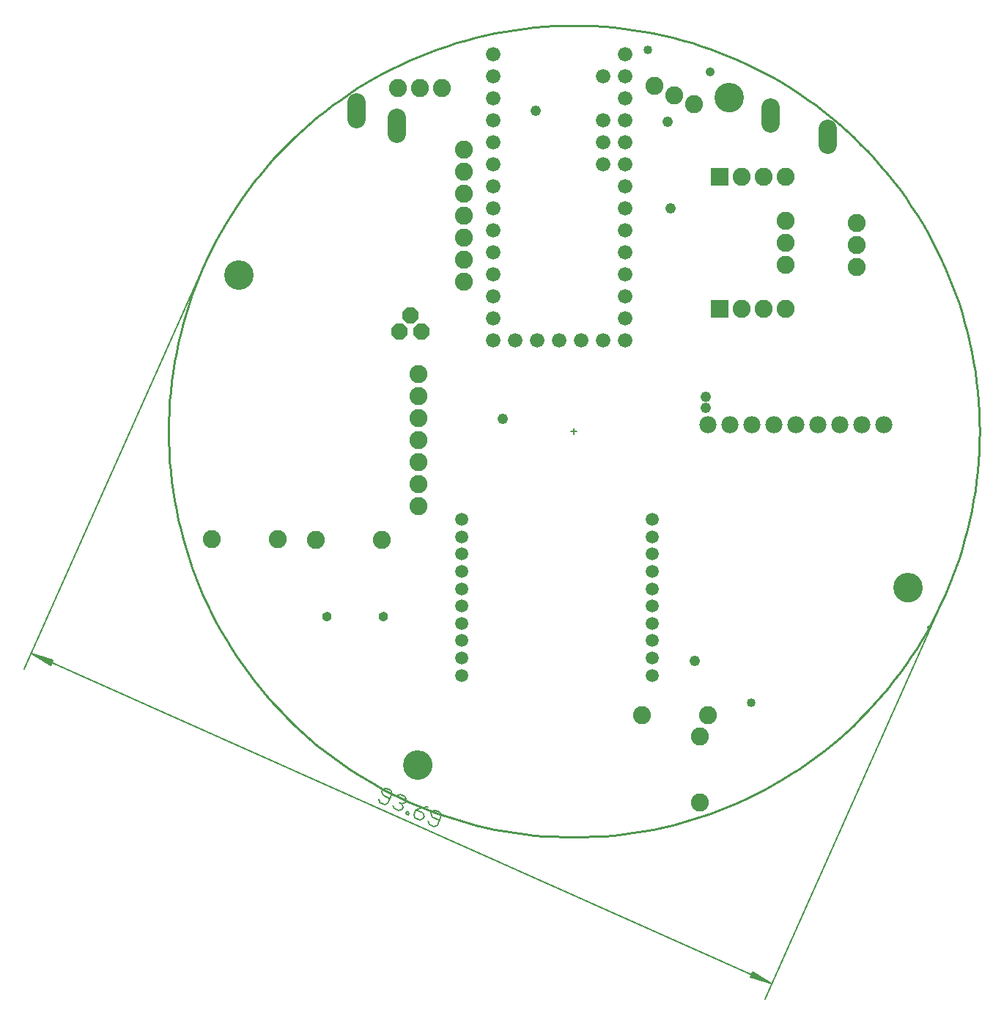
<source format=gts>
G75*
%MOIN*%
%OFA0B0*%
%FSLAX25Y25*%
%IPPOS*%
%LPD*%
%AMOC8*
5,1,8,0,0,1.08239X$1,22.5*
%
%ADD10C,0.01000*%
%ADD11C,0.01600*%
%ADD12C,0.00000*%
%ADD13C,0.13398*%
%ADD14C,0.00512*%
%ADD15C,0.00600*%
%ADD16C,0.07800*%
%ADD17C,0.06600*%
%ADD18C,0.05950*%
%ADD19C,0.08200*%
%ADD20R,0.08200X0.08200*%
%ADD21C,0.04000*%
%ADD22C,0.00500*%
%ADD23C,0.08200*%
%ADD24OC8,0.07400*%
%ADD25C,0.04123*%
%ADD26C,0.04800*%
D10*
X0066778Y0259287D02*
X0066834Y0263813D01*
X0067000Y0268336D01*
X0067278Y0272854D01*
X0067666Y0277364D01*
X0068165Y0281863D01*
X0068774Y0286348D01*
X0069493Y0290817D01*
X0070322Y0295267D01*
X0071259Y0299695D01*
X0072305Y0304099D01*
X0073459Y0308476D01*
X0074719Y0312823D01*
X0076086Y0317138D01*
X0077559Y0321418D01*
X0079136Y0325661D01*
X0080817Y0329863D01*
X0082600Y0334024D01*
X0084485Y0338139D01*
X0086470Y0342207D01*
X0088555Y0346224D01*
X0090737Y0350190D01*
X0093016Y0354100D01*
X0095391Y0357954D01*
X0097859Y0361748D01*
X0100420Y0365480D01*
X0103071Y0369149D01*
X0105812Y0372751D01*
X0108641Y0376285D01*
X0111555Y0379748D01*
X0114553Y0383139D01*
X0117634Y0386456D01*
X0120795Y0389695D01*
X0124034Y0392856D01*
X0127351Y0395937D01*
X0130742Y0398935D01*
X0134205Y0401849D01*
X0137739Y0404678D01*
X0141341Y0407419D01*
X0145010Y0410070D01*
X0148742Y0412631D01*
X0152536Y0415099D01*
X0156390Y0417474D01*
X0160300Y0419753D01*
X0164266Y0421935D01*
X0168283Y0424020D01*
X0172351Y0426005D01*
X0176466Y0427890D01*
X0180627Y0429673D01*
X0184829Y0431354D01*
X0189072Y0432931D01*
X0193352Y0434404D01*
X0197667Y0435771D01*
X0202014Y0437031D01*
X0206391Y0438185D01*
X0210795Y0439231D01*
X0215223Y0440168D01*
X0219673Y0440997D01*
X0224142Y0441716D01*
X0228627Y0442325D01*
X0233126Y0442824D01*
X0237636Y0443212D01*
X0242154Y0443490D01*
X0246677Y0443656D01*
X0251203Y0443712D01*
X0255729Y0443656D01*
X0260252Y0443490D01*
X0264770Y0443212D01*
X0269280Y0442824D01*
X0273779Y0442325D01*
X0278264Y0441716D01*
X0282733Y0440997D01*
X0287183Y0440168D01*
X0291611Y0439231D01*
X0296015Y0438185D01*
X0300392Y0437031D01*
X0304739Y0435771D01*
X0309054Y0434404D01*
X0313334Y0432931D01*
X0317577Y0431354D01*
X0321779Y0429673D01*
X0325940Y0427890D01*
X0330055Y0426005D01*
X0334123Y0424020D01*
X0338140Y0421935D01*
X0342106Y0419753D01*
X0346016Y0417474D01*
X0349870Y0415099D01*
X0353664Y0412631D01*
X0357396Y0410070D01*
X0361065Y0407419D01*
X0364667Y0404678D01*
X0368201Y0401849D01*
X0371664Y0398935D01*
X0375055Y0395937D01*
X0378372Y0392856D01*
X0381611Y0389695D01*
X0384772Y0386456D01*
X0387853Y0383139D01*
X0390851Y0379748D01*
X0393765Y0376285D01*
X0396594Y0372751D01*
X0399335Y0369149D01*
X0401986Y0365480D01*
X0404547Y0361748D01*
X0407015Y0357954D01*
X0409390Y0354100D01*
X0411669Y0350190D01*
X0413851Y0346224D01*
X0415936Y0342207D01*
X0417921Y0338139D01*
X0419806Y0334024D01*
X0421589Y0329863D01*
X0423270Y0325661D01*
X0424847Y0321418D01*
X0426320Y0317138D01*
X0427687Y0312823D01*
X0428947Y0308476D01*
X0430101Y0304099D01*
X0431147Y0299695D01*
X0432084Y0295267D01*
X0432913Y0290817D01*
X0433632Y0286348D01*
X0434241Y0281863D01*
X0434740Y0277364D01*
X0435128Y0272854D01*
X0435406Y0268336D01*
X0435572Y0263813D01*
X0435628Y0259287D01*
X0435572Y0254761D01*
X0435406Y0250238D01*
X0435128Y0245720D01*
X0434740Y0241210D01*
X0434241Y0236711D01*
X0433632Y0232226D01*
X0432913Y0227757D01*
X0432084Y0223307D01*
X0431147Y0218879D01*
X0430101Y0214475D01*
X0428947Y0210098D01*
X0427687Y0205751D01*
X0426320Y0201436D01*
X0424847Y0197156D01*
X0423270Y0192913D01*
X0421589Y0188711D01*
X0419806Y0184550D01*
X0417921Y0180435D01*
X0415936Y0176367D01*
X0413851Y0172350D01*
X0411669Y0168384D01*
X0409390Y0164474D01*
X0407015Y0160620D01*
X0404547Y0156826D01*
X0401986Y0153094D01*
X0399335Y0149425D01*
X0396594Y0145823D01*
X0393765Y0142289D01*
X0390851Y0138826D01*
X0387853Y0135435D01*
X0384772Y0132118D01*
X0381611Y0128879D01*
X0378372Y0125718D01*
X0375055Y0122637D01*
X0371664Y0119639D01*
X0368201Y0116725D01*
X0364667Y0113896D01*
X0361065Y0111155D01*
X0357396Y0108504D01*
X0353664Y0105943D01*
X0349870Y0103475D01*
X0346016Y0101100D01*
X0342106Y0098821D01*
X0338140Y0096639D01*
X0334123Y0094554D01*
X0330055Y0092569D01*
X0325940Y0090684D01*
X0321779Y0088901D01*
X0317577Y0087220D01*
X0313334Y0085643D01*
X0309054Y0084170D01*
X0304739Y0082803D01*
X0300392Y0081543D01*
X0296015Y0080389D01*
X0291611Y0079343D01*
X0287183Y0078406D01*
X0282733Y0077577D01*
X0278264Y0076858D01*
X0273779Y0076249D01*
X0269280Y0075750D01*
X0264770Y0075362D01*
X0260252Y0075084D01*
X0255729Y0074918D01*
X0251203Y0074862D01*
X0246677Y0074918D01*
X0242154Y0075084D01*
X0237636Y0075362D01*
X0233126Y0075750D01*
X0228627Y0076249D01*
X0224142Y0076858D01*
X0219673Y0077577D01*
X0215223Y0078406D01*
X0210795Y0079343D01*
X0206391Y0080389D01*
X0202014Y0081543D01*
X0197667Y0082803D01*
X0193352Y0084170D01*
X0189072Y0085643D01*
X0184829Y0087220D01*
X0180627Y0088901D01*
X0176466Y0090684D01*
X0172351Y0092569D01*
X0168283Y0094554D01*
X0164266Y0096639D01*
X0160300Y0098821D01*
X0156390Y0101100D01*
X0152536Y0103475D01*
X0148742Y0105943D01*
X0145010Y0108504D01*
X0141341Y0111155D01*
X0137739Y0113896D01*
X0134205Y0116725D01*
X0130742Y0119639D01*
X0127351Y0122637D01*
X0124034Y0125718D01*
X0120795Y0128879D01*
X0117634Y0132118D01*
X0114553Y0135435D01*
X0111555Y0138826D01*
X0108641Y0142289D01*
X0105812Y0145823D01*
X0103071Y0149425D01*
X0100420Y0153094D01*
X0097859Y0156826D01*
X0095391Y0160620D01*
X0093016Y0164474D01*
X0090737Y0168384D01*
X0088555Y0172350D01*
X0086470Y0176367D01*
X0084485Y0180435D01*
X0082600Y0184550D01*
X0080817Y0188711D01*
X0079136Y0192913D01*
X0077559Y0197156D01*
X0076086Y0201436D01*
X0074719Y0205751D01*
X0073459Y0210098D01*
X0072305Y0214475D01*
X0071259Y0218879D01*
X0070322Y0223307D01*
X0069493Y0227757D01*
X0068774Y0232226D01*
X0068165Y0236711D01*
X0067666Y0241210D01*
X0067278Y0245720D01*
X0067000Y0250238D01*
X0066834Y0254761D01*
X0066778Y0259287D01*
D11*
X0412477Y0170288D02*
X0412519Y0170379D01*
D12*
X0396804Y0188187D02*
X0396806Y0188345D01*
X0396812Y0188503D01*
X0396822Y0188661D01*
X0396836Y0188819D01*
X0396854Y0188976D01*
X0396875Y0189133D01*
X0396901Y0189289D01*
X0396931Y0189445D01*
X0396964Y0189600D01*
X0397002Y0189753D01*
X0397043Y0189906D01*
X0397088Y0190058D01*
X0397137Y0190209D01*
X0397190Y0190358D01*
X0397246Y0190506D01*
X0397306Y0190652D01*
X0397370Y0190797D01*
X0397438Y0190940D01*
X0397509Y0191082D01*
X0397583Y0191222D01*
X0397661Y0191359D01*
X0397743Y0191495D01*
X0397827Y0191629D01*
X0397916Y0191760D01*
X0398007Y0191889D01*
X0398102Y0192016D01*
X0398199Y0192141D01*
X0398300Y0192263D01*
X0398404Y0192382D01*
X0398511Y0192499D01*
X0398621Y0192613D01*
X0398734Y0192724D01*
X0398849Y0192833D01*
X0398967Y0192938D01*
X0399088Y0193040D01*
X0399211Y0193140D01*
X0399337Y0193236D01*
X0399465Y0193329D01*
X0399595Y0193419D01*
X0399728Y0193505D01*
X0399863Y0193589D01*
X0399999Y0193668D01*
X0400138Y0193745D01*
X0400279Y0193817D01*
X0400421Y0193887D01*
X0400565Y0193952D01*
X0400711Y0194014D01*
X0400858Y0194072D01*
X0401007Y0194127D01*
X0401157Y0194178D01*
X0401308Y0194225D01*
X0401460Y0194268D01*
X0401613Y0194307D01*
X0401768Y0194343D01*
X0401923Y0194374D01*
X0402079Y0194402D01*
X0402235Y0194426D01*
X0402392Y0194446D01*
X0402550Y0194462D01*
X0402707Y0194474D01*
X0402866Y0194482D01*
X0403024Y0194486D01*
X0403182Y0194486D01*
X0403340Y0194482D01*
X0403499Y0194474D01*
X0403656Y0194462D01*
X0403814Y0194446D01*
X0403971Y0194426D01*
X0404127Y0194402D01*
X0404283Y0194374D01*
X0404438Y0194343D01*
X0404593Y0194307D01*
X0404746Y0194268D01*
X0404898Y0194225D01*
X0405049Y0194178D01*
X0405199Y0194127D01*
X0405348Y0194072D01*
X0405495Y0194014D01*
X0405641Y0193952D01*
X0405785Y0193887D01*
X0405927Y0193817D01*
X0406068Y0193745D01*
X0406207Y0193668D01*
X0406343Y0193589D01*
X0406478Y0193505D01*
X0406611Y0193419D01*
X0406741Y0193329D01*
X0406869Y0193236D01*
X0406995Y0193140D01*
X0407118Y0193040D01*
X0407239Y0192938D01*
X0407357Y0192833D01*
X0407472Y0192724D01*
X0407585Y0192613D01*
X0407695Y0192499D01*
X0407802Y0192382D01*
X0407906Y0192263D01*
X0408007Y0192141D01*
X0408104Y0192016D01*
X0408199Y0191889D01*
X0408290Y0191760D01*
X0408379Y0191629D01*
X0408463Y0191495D01*
X0408545Y0191359D01*
X0408623Y0191222D01*
X0408697Y0191082D01*
X0408768Y0190940D01*
X0408836Y0190797D01*
X0408900Y0190652D01*
X0408960Y0190506D01*
X0409016Y0190358D01*
X0409069Y0190209D01*
X0409118Y0190058D01*
X0409163Y0189906D01*
X0409204Y0189753D01*
X0409242Y0189600D01*
X0409275Y0189445D01*
X0409305Y0189289D01*
X0409331Y0189133D01*
X0409352Y0188976D01*
X0409370Y0188819D01*
X0409384Y0188661D01*
X0409394Y0188503D01*
X0409400Y0188345D01*
X0409402Y0188187D01*
X0409400Y0188029D01*
X0409394Y0187871D01*
X0409384Y0187713D01*
X0409370Y0187555D01*
X0409352Y0187398D01*
X0409331Y0187241D01*
X0409305Y0187085D01*
X0409275Y0186929D01*
X0409242Y0186774D01*
X0409204Y0186621D01*
X0409163Y0186468D01*
X0409118Y0186316D01*
X0409069Y0186165D01*
X0409016Y0186016D01*
X0408960Y0185868D01*
X0408900Y0185722D01*
X0408836Y0185577D01*
X0408768Y0185434D01*
X0408697Y0185292D01*
X0408623Y0185152D01*
X0408545Y0185015D01*
X0408463Y0184879D01*
X0408379Y0184745D01*
X0408290Y0184614D01*
X0408199Y0184485D01*
X0408104Y0184358D01*
X0408007Y0184233D01*
X0407906Y0184111D01*
X0407802Y0183992D01*
X0407695Y0183875D01*
X0407585Y0183761D01*
X0407472Y0183650D01*
X0407357Y0183541D01*
X0407239Y0183436D01*
X0407118Y0183334D01*
X0406995Y0183234D01*
X0406869Y0183138D01*
X0406741Y0183045D01*
X0406611Y0182955D01*
X0406478Y0182869D01*
X0406343Y0182785D01*
X0406207Y0182706D01*
X0406068Y0182629D01*
X0405927Y0182557D01*
X0405785Y0182487D01*
X0405641Y0182422D01*
X0405495Y0182360D01*
X0405348Y0182302D01*
X0405199Y0182247D01*
X0405049Y0182196D01*
X0404898Y0182149D01*
X0404746Y0182106D01*
X0404593Y0182067D01*
X0404438Y0182031D01*
X0404283Y0182000D01*
X0404127Y0181972D01*
X0403971Y0181948D01*
X0403814Y0181928D01*
X0403656Y0181912D01*
X0403499Y0181900D01*
X0403340Y0181892D01*
X0403182Y0181888D01*
X0403024Y0181888D01*
X0402866Y0181892D01*
X0402707Y0181900D01*
X0402550Y0181912D01*
X0402392Y0181928D01*
X0402235Y0181948D01*
X0402079Y0181972D01*
X0401923Y0182000D01*
X0401768Y0182031D01*
X0401613Y0182067D01*
X0401460Y0182106D01*
X0401308Y0182149D01*
X0401157Y0182196D01*
X0401007Y0182247D01*
X0400858Y0182302D01*
X0400711Y0182360D01*
X0400565Y0182422D01*
X0400421Y0182487D01*
X0400279Y0182557D01*
X0400138Y0182629D01*
X0399999Y0182706D01*
X0399863Y0182785D01*
X0399728Y0182869D01*
X0399595Y0182955D01*
X0399465Y0183045D01*
X0399337Y0183138D01*
X0399211Y0183234D01*
X0399088Y0183334D01*
X0398967Y0183436D01*
X0398849Y0183541D01*
X0398734Y0183650D01*
X0398621Y0183761D01*
X0398511Y0183875D01*
X0398404Y0183992D01*
X0398300Y0184111D01*
X0398199Y0184233D01*
X0398102Y0184358D01*
X0398007Y0184485D01*
X0397916Y0184614D01*
X0397827Y0184745D01*
X0397743Y0184879D01*
X0397661Y0185015D01*
X0397583Y0185152D01*
X0397509Y0185292D01*
X0397438Y0185434D01*
X0397370Y0185577D01*
X0397306Y0185722D01*
X0397246Y0185868D01*
X0397190Y0186016D01*
X0397137Y0186165D01*
X0397088Y0186316D01*
X0397043Y0186468D01*
X0397002Y0186621D01*
X0396964Y0186774D01*
X0396931Y0186929D01*
X0396901Y0187085D01*
X0396875Y0187241D01*
X0396854Y0187398D01*
X0396836Y0187555D01*
X0396822Y0187713D01*
X0396812Y0187871D01*
X0396806Y0188029D01*
X0396804Y0188187D01*
X0173804Y0107687D02*
X0173806Y0107845D01*
X0173812Y0108003D01*
X0173822Y0108161D01*
X0173836Y0108319D01*
X0173854Y0108476D01*
X0173875Y0108633D01*
X0173901Y0108789D01*
X0173931Y0108945D01*
X0173964Y0109100D01*
X0174002Y0109253D01*
X0174043Y0109406D01*
X0174088Y0109558D01*
X0174137Y0109709D01*
X0174190Y0109858D01*
X0174246Y0110006D01*
X0174306Y0110152D01*
X0174370Y0110297D01*
X0174438Y0110440D01*
X0174509Y0110582D01*
X0174583Y0110722D01*
X0174661Y0110859D01*
X0174743Y0110995D01*
X0174827Y0111129D01*
X0174916Y0111260D01*
X0175007Y0111389D01*
X0175102Y0111516D01*
X0175199Y0111641D01*
X0175300Y0111763D01*
X0175404Y0111882D01*
X0175511Y0111999D01*
X0175621Y0112113D01*
X0175734Y0112224D01*
X0175849Y0112333D01*
X0175967Y0112438D01*
X0176088Y0112540D01*
X0176211Y0112640D01*
X0176337Y0112736D01*
X0176465Y0112829D01*
X0176595Y0112919D01*
X0176728Y0113005D01*
X0176863Y0113089D01*
X0176999Y0113168D01*
X0177138Y0113245D01*
X0177279Y0113317D01*
X0177421Y0113387D01*
X0177565Y0113452D01*
X0177711Y0113514D01*
X0177858Y0113572D01*
X0178007Y0113627D01*
X0178157Y0113678D01*
X0178308Y0113725D01*
X0178460Y0113768D01*
X0178613Y0113807D01*
X0178768Y0113843D01*
X0178923Y0113874D01*
X0179079Y0113902D01*
X0179235Y0113926D01*
X0179392Y0113946D01*
X0179550Y0113962D01*
X0179707Y0113974D01*
X0179866Y0113982D01*
X0180024Y0113986D01*
X0180182Y0113986D01*
X0180340Y0113982D01*
X0180499Y0113974D01*
X0180656Y0113962D01*
X0180814Y0113946D01*
X0180971Y0113926D01*
X0181127Y0113902D01*
X0181283Y0113874D01*
X0181438Y0113843D01*
X0181593Y0113807D01*
X0181746Y0113768D01*
X0181898Y0113725D01*
X0182049Y0113678D01*
X0182199Y0113627D01*
X0182348Y0113572D01*
X0182495Y0113514D01*
X0182641Y0113452D01*
X0182785Y0113387D01*
X0182927Y0113317D01*
X0183068Y0113245D01*
X0183207Y0113168D01*
X0183343Y0113089D01*
X0183478Y0113005D01*
X0183611Y0112919D01*
X0183741Y0112829D01*
X0183869Y0112736D01*
X0183995Y0112640D01*
X0184118Y0112540D01*
X0184239Y0112438D01*
X0184357Y0112333D01*
X0184472Y0112224D01*
X0184585Y0112113D01*
X0184695Y0111999D01*
X0184802Y0111882D01*
X0184906Y0111763D01*
X0185007Y0111641D01*
X0185104Y0111516D01*
X0185199Y0111389D01*
X0185290Y0111260D01*
X0185379Y0111129D01*
X0185463Y0110995D01*
X0185545Y0110859D01*
X0185623Y0110722D01*
X0185697Y0110582D01*
X0185768Y0110440D01*
X0185836Y0110297D01*
X0185900Y0110152D01*
X0185960Y0110006D01*
X0186016Y0109858D01*
X0186069Y0109709D01*
X0186118Y0109558D01*
X0186163Y0109406D01*
X0186204Y0109253D01*
X0186242Y0109100D01*
X0186275Y0108945D01*
X0186305Y0108789D01*
X0186331Y0108633D01*
X0186352Y0108476D01*
X0186370Y0108319D01*
X0186384Y0108161D01*
X0186394Y0108003D01*
X0186400Y0107845D01*
X0186402Y0107687D01*
X0186400Y0107529D01*
X0186394Y0107371D01*
X0186384Y0107213D01*
X0186370Y0107055D01*
X0186352Y0106898D01*
X0186331Y0106741D01*
X0186305Y0106585D01*
X0186275Y0106429D01*
X0186242Y0106274D01*
X0186204Y0106121D01*
X0186163Y0105968D01*
X0186118Y0105816D01*
X0186069Y0105665D01*
X0186016Y0105516D01*
X0185960Y0105368D01*
X0185900Y0105222D01*
X0185836Y0105077D01*
X0185768Y0104934D01*
X0185697Y0104792D01*
X0185623Y0104652D01*
X0185545Y0104515D01*
X0185463Y0104379D01*
X0185379Y0104245D01*
X0185290Y0104114D01*
X0185199Y0103985D01*
X0185104Y0103858D01*
X0185007Y0103733D01*
X0184906Y0103611D01*
X0184802Y0103492D01*
X0184695Y0103375D01*
X0184585Y0103261D01*
X0184472Y0103150D01*
X0184357Y0103041D01*
X0184239Y0102936D01*
X0184118Y0102834D01*
X0183995Y0102734D01*
X0183869Y0102638D01*
X0183741Y0102545D01*
X0183611Y0102455D01*
X0183478Y0102369D01*
X0183343Y0102285D01*
X0183207Y0102206D01*
X0183068Y0102129D01*
X0182927Y0102057D01*
X0182785Y0101987D01*
X0182641Y0101922D01*
X0182495Y0101860D01*
X0182348Y0101802D01*
X0182199Y0101747D01*
X0182049Y0101696D01*
X0181898Y0101649D01*
X0181746Y0101606D01*
X0181593Y0101567D01*
X0181438Y0101531D01*
X0181283Y0101500D01*
X0181127Y0101472D01*
X0180971Y0101448D01*
X0180814Y0101428D01*
X0180656Y0101412D01*
X0180499Y0101400D01*
X0180340Y0101392D01*
X0180182Y0101388D01*
X0180024Y0101388D01*
X0179866Y0101392D01*
X0179707Y0101400D01*
X0179550Y0101412D01*
X0179392Y0101428D01*
X0179235Y0101448D01*
X0179079Y0101472D01*
X0178923Y0101500D01*
X0178768Y0101531D01*
X0178613Y0101567D01*
X0178460Y0101606D01*
X0178308Y0101649D01*
X0178157Y0101696D01*
X0178007Y0101747D01*
X0177858Y0101802D01*
X0177711Y0101860D01*
X0177565Y0101922D01*
X0177421Y0101987D01*
X0177279Y0102057D01*
X0177138Y0102129D01*
X0176999Y0102206D01*
X0176863Y0102285D01*
X0176728Y0102369D01*
X0176595Y0102455D01*
X0176465Y0102545D01*
X0176337Y0102638D01*
X0176211Y0102734D01*
X0176088Y0102834D01*
X0175967Y0102936D01*
X0175849Y0103041D01*
X0175734Y0103150D01*
X0175621Y0103261D01*
X0175511Y0103375D01*
X0175404Y0103492D01*
X0175300Y0103611D01*
X0175199Y0103733D01*
X0175102Y0103858D01*
X0175007Y0103985D01*
X0174916Y0104114D01*
X0174827Y0104245D01*
X0174743Y0104379D01*
X0174661Y0104515D01*
X0174583Y0104652D01*
X0174509Y0104792D01*
X0174438Y0104934D01*
X0174370Y0105077D01*
X0174306Y0105222D01*
X0174246Y0105368D01*
X0174190Y0105516D01*
X0174137Y0105665D01*
X0174088Y0105816D01*
X0174043Y0105968D01*
X0174002Y0106121D01*
X0173964Y0106274D01*
X0173931Y0106429D01*
X0173901Y0106585D01*
X0173875Y0106741D01*
X0173854Y0106898D01*
X0173836Y0107055D01*
X0173822Y0107213D01*
X0173812Y0107371D01*
X0173806Y0107529D01*
X0173804Y0107687D01*
X0092404Y0330387D02*
X0092406Y0330545D01*
X0092412Y0330703D01*
X0092422Y0330861D01*
X0092436Y0331019D01*
X0092454Y0331176D01*
X0092475Y0331333D01*
X0092501Y0331489D01*
X0092531Y0331645D01*
X0092564Y0331800D01*
X0092602Y0331953D01*
X0092643Y0332106D01*
X0092688Y0332258D01*
X0092737Y0332409D01*
X0092790Y0332558D01*
X0092846Y0332706D01*
X0092906Y0332852D01*
X0092970Y0332997D01*
X0093038Y0333140D01*
X0093109Y0333282D01*
X0093183Y0333422D01*
X0093261Y0333559D01*
X0093343Y0333695D01*
X0093427Y0333829D01*
X0093516Y0333960D01*
X0093607Y0334089D01*
X0093702Y0334216D01*
X0093799Y0334341D01*
X0093900Y0334463D01*
X0094004Y0334582D01*
X0094111Y0334699D01*
X0094221Y0334813D01*
X0094334Y0334924D01*
X0094449Y0335033D01*
X0094567Y0335138D01*
X0094688Y0335240D01*
X0094811Y0335340D01*
X0094937Y0335436D01*
X0095065Y0335529D01*
X0095195Y0335619D01*
X0095328Y0335705D01*
X0095463Y0335789D01*
X0095599Y0335868D01*
X0095738Y0335945D01*
X0095879Y0336017D01*
X0096021Y0336087D01*
X0096165Y0336152D01*
X0096311Y0336214D01*
X0096458Y0336272D01*
X0096607Y0336327D01*
X0096757Y0336378D01*
X0096908Y0336425D01*
X0097060Y0336468D01*
X0097213Y0336507D01*
X0097368Y0336543D01*
X0097523Y0336574D01*
X0097679Y0336602D01*
X0097835Y0336626D01*
X0097992Y0336646D01*
X0098150Y0336662D01*
X0098307Y0336674D01*
X0098466Y0336682D01*
X0098624Y0336686D01*
X0098782Y0336686D01*
X0098940Y0336682D01*
X0099099Y0336674D01*
X0099256Y0336662D01*
X0099414Y0336646D01*
X0099571Y0336626D01*
X0099727Y0336602D01*
X0099883Y0336574D01*
X0100038Y0336543D01*
X0100193Y0336507D01*
X0100346Y0336468D01*
X0100498Y0336425D01*
X0100649Y0336378D01*
X0100799Y0336327D01*
X0100948Y0336272D01*
X0101095Y0336214D01*
X0101241Y0336152D01*
X0101385Y0336087D01*
X0101527Y0336017D01*
X0101668Y0335945D01*
X0101807Y0335868D01*
X0101943Y0335789D01*
X0102078Y0335705D01*
X0102211Y0335619D01*
X0102341Y0335529D01*
X0102469Y0335436D01*
X0102595Y0335340D01*
X0102718Y0335240D01*
X0102839Y0335138D01*
X0102957Y0335033D01*
X0103072Y0334924D01*
X0103185Y0334813D01*
X0103295Y0334699D01*
X0103402Y0334582D01*
X0103506Y0334463D01*
X0103607Y0334341D01*
X0103704Y0334216D01*
X0103799Y0334089D01*
X0103890Y0333960D01*
X0103979Y0333829D01*
X0104063Y0333695D01*
X0104145Y0333559D01*
X0104223Y0333422D01*
X0104297Y0333282D01*
X0104368Y0333140D01*
X0104436Y0332997D01*
X0104500Y0332852D01*
X0104560Y0332706D01*
X0104616Y0332558D01*
X0104669Y0332409D01*
X0104718Y0332258D01*
X0104763Y0332106D01*
X0104804Y0331953D01*
X0104842Y0331800D01*
X0104875Y0331645D01*
X0104905Y0331489D01*
X0104931Y0331333D01*
X0104952Y0331176D01*
X0104970Y0331019D01*
X0104984Y0330861D01*
X0104994Y0330703D01*
X0105000Y0330545D01*
X0105002Y0330387D01*
X0105000Y0330229D01*
X0104994Y0330071D01*
X0104984Y0329913D01*
X0104970Y0329755D01*
X0104952Y0329598D01*
X0104931Y0329441D01*
X0104905Y0329285D01*
X0104875Y0329129D01*
X0104842Y0328974D01*
X0104804Y0328821D01*
X0104763Y0328668D01*
X0104718Y0328516D01*
X0104669Y0328365D01*
X0104616Y0328216D01*
X0104560Y0328068D01*
X0104500Y0327922D01*
X0104436Y0327777D01*
X0104368Y0327634D01*
X0104297Y0327492D01*
X0104223Y0327352D01*
X0104145Y0327215D01*
X0104063Y0327079D01*
X0103979Y0326945D01*
X0103890Y0326814D01*
X0103799Y0326685D01*
X0103704Y0326558D01*
X0103607Y0326433D01*
X0103506Y0326311D01*
X0103402Y0326192D01*
X0103295Y0326075D01*
X0103185Y0325961D01*
X0103072Y0325850D01*
X0102957Y0325741D01*
X0102839Y0325636D01*
X0102718Y0325534D01*
X0102595Y0325434D01*
X0102469Y0325338D01*
X0102341Y0325245D01*
X0102211Y0325155D01*
X0102078Y0325069D01*
X0101943Y0324985D01*
X0101807Y0324906D01*
X0101668Y0324829D01*
X0101527Y0324757D01*
X0101385Y0324687D01*
X0101241Y0324622D01*
X0101095Y0324560D01*
X0100948Y0324502D01*
X0100799Y0324447D01*
X0100649Y0324396D01*
X0100498Y0324349D01*
X0100346Y0324306D01*
X0100193Y0324267D01*
X0100038Y0324231D01*
X0099883Y0324200D01*
X0099727Y0324172D01*
X0099571Y0324148D01*
X0099414Y0324128D01*
X0099256Y0324112D01*
X0099099Y0324100D01*
X0098940Y0324092D01*
X0098782Y0324088D01*
X0098624Y0324088D01*
X0098466Y0324092D01*
X0098307Y0324100D01*
X0098150Y0324112D01*
X0097992Y0324128D01*
X0097835Y0324148D01*
X0097679Y0324172D01*
X0097523Y0324200D01*
X0097368Y0324231D01*
X0097213Y0324267D01*
X0097060Y0324306D01*
X0096908Y0324349D01*
X0096757Y0324396D01*
X0096607Y0324447D01*
X0096458Y0324502D01*
X0096311Y0324560D01*
X0096165Y0324622D01*
X0096021Y0324687D01*
X0095879Y0324757D01*
X0095738Y0324829D01*
X0095599Y0324906D01*
X0095463Y0324985D01*
X0095328Y0325069D01*
X0095195Y0325155D01*
X0095065Y0325245D01*
X0094937Y0325338D01*
X0094811Y0325434D01*
X0094688Y0325534D01*
X0094567Y0325636D01*
X0094449Y0325741D01*
X0094334Y0325850D01*
X0094221Y0325961D01*
X0094111Y0326075D01*
X0094004Y0326192D01*
X0093900Y0326311D01*
X0093799Y0326433D01*
X0093702Y0326558D01*
X0093607Y0326685D01*
X0093516Y0326814D01*
X0093427Y0326945D01*
X0093343Y0327079D01*
X0093261Y0327215D01*
X0093183Y0327352D01*
X0093109Y0327492D01*
X0093038Y0327634D01*
X0092970Y0327777D01*
X0092906Y0327922D01*
X0092846Y0328068D01*
X0092790Y0328216D01*
X0092737Y0328365D01*
X0092688Y0328516D01*
X0092643Y0328668D01*
X0092602Y0328821D01*
X0092564Y0328974D01*
X0092531Y0329129D01*
X0092501Y0329285D01*
X0092475Y0329441D01*
X0092454Y0329598D01*
X0092436Y0329755D01*
X0092422Y0329913D01*
X0092412Y0330071D01*
X0092406Y0330229D01*
X0092404Y0330387D01*
X0315404Y0410887D02*
X0315406Y0411045D01*
X0315412Y0411203D01*
X0315422Y0411361D01*
X0315436Y0411519D01*
X0315454Y0411676D01*
X0315475Y0411833D01*
X0315501Y0411989D01*
X0315531Y0412145D01*
X0315564Y0412300D01*
X0315602Y0412453D01*
X0315643Y0412606D01*
X0315688Y0412758D01*
X0315737Y0412909D01*
X0315790Y0413058D01*
X0315846Y0413206D01*
X0315906Y0413352D01*
X0315970Y0413497D01*
X0316038Y0413640D01*
X0316109Y0413782D01*
X0316183Y0413922D01*
X0316261Y0414059D01*
X0316343Y0414195D01*
X0316427Y0414329D01*
X0316516Y0414460D01*
X0316607Y0414589D01*
X0316702Y0414716D01*
X0316799Y0414841D01*
X0316900Y0414963D01*
X0317004Y0415082D01*
X0317111Y0415199D01*
X0317221Y0415313D01*
X0317334Y0415424D01*
X0317449Y0415533D01*
X0317567Y0415638D01*
X0317688Y0415740D01*
X0317811Y0415840D01*
X0317937Y0415936D01*
X0318065Y0416029D01*
X0318195Y0416119D01*
X0318328Y0416205D01*
X0318463Y0416289D01*
X0318599Y0416368D01*
X0318738Y0416445D01*
X0318879Y0416517D01*
X0319021Y0416587D01*
X0319165Y0416652D01*
X0319311Y0416714D01*
X0319458Y0416772D01*
X0319607Y0416827D01*
X0319757Y0416878D01*
X0319908Y0416925D01*
X0320060Y0416968D01*
X0320213Y0417007D01*
X0320368Y0417043D01*
X0320523Y0417074D01*
X0320679Y0417102D01*
X0320835Y0417126D01*
X0320992Y0417146D01*
X0321150Y0417162D01*
X0321307Y0417174D01*
X0321466Y0417182D01*
X0321624Y0417186D01*
X0321782Y0417186D01*
X0321940Y0417182D01*
X0322099Y0417174D01*
X0322256Y0417162D01*
X0322414Y0417146D01*
X0322571Y0417126D01*
X0322727Y0417102D01*
X0322883Y0417074D01*
X0323038Y0417043D01*
X0323193Y0417007D01*
X0323346Y0416968D01*
X0323498Y0416925D01*
X0323649Y0416878D01*
X0323799Y0416827D01*
X0323948Y0416772D01*
X0324095Y0416714D01*
X0324241Y0416652D01*
X0324385Y0416587D01*
X0324527Y0416517D01*
X0324668Y0416445D01*
X0324807Y0416368D01*
X0324943Y0416289D01*
X0325078Y0416205D01*
X0325211Y0416119D01*
X0325341Y0416029D01*
X0325469Y0415936D01*
X0325595Y0415840D01*
X0325718Y0415740D01*
X0325839Y0415638D01*
X0325957Y0415533D01*
X0326072Y0415424D01*
X0326185Y0415313D01*
X0326295Y0415199D01*
X0326402Y0415082D01*
X0326506Y0414963D01*
X0326607Y0414841D01*
X0326704Y0414716D01*
X0326799Y0414589D01*
X0326890Y0414460D01*
X0326979Y0414329D01*
X0327063Y0414195D01*
X0327145Y0414059D01*
X0327223Y0413922D01*
X0327297Y0413782D01*
X0327368Y0413640D01*
X0327436Y0413497D01*
X0327500Y0413352D01*
X0327560Y0413206D01*
X0327616Y0413058D01*
X0327669Y0412909D01*
X0327718Y0412758D01*
X0327763Y0412606D01*
X0327804Y0412453D01*
X0327842Y0412300D01*
X0327875Y0412145D01*
X0327905Y0411989D01*
X0327931Y0411833D01*
X0327952Y0411676D01*
X0327970Y0411519D01*
X0327984Y0411361D01*
X0327994Y0411203D01*
X0328000Y0411045D01*
X0328002Y0410887D01*
X0328000Y0410729D01*
X0327994Y0410571D01*
X0327984Y0410413D01*
X0327970Y0410255D01*
X0327952Y0410098D01*
X0327931Y0409941D01*
X0327905Y0409785D01*
X0327875Y0409629D01*
X0327842Y0409474D01*
X0327804Y0409321D01*
X0327763Y0409168D01*
X0327718Y0409016D01*
X0327669Y0408865D01*
X0327616Y0408716D01*
X0327560Y0408568D01*
X0327500Y0408422D01*
X0327436Y0408277D01*
X0327368Y0408134D01*
X0327297Y0407992D01*
X0327223Y0407852D01*
X0327145Y0407715D01*
X0327063Y0407579D01*
X0326979Y0407445D01*
X0326890Y0407314D01*
X0326799Y0407185D01*
X0326704Y0407058D01*
X0326607Y0406933D01*
X0326506Y0406811D01*
X0326402Y0406692D01*
X0326295Y0406575D01*
X0326185Y0406461D01*
X0326072Y0406350D01*
X0325957Y0406241D01*
X0325839Y0406136D01*
X0325718Y0406034D01*
X0325595Y0405934D01*
X0325469Y0405838D01*
X0325341Y0405745D01*
X0325211Y0405655D01*
X0325078Y0405569D01*
X0324943Y0405485D01*
X0324807Y0405406D01*
X0324668Y0405329D01*
X0324527Y0405257D01*
X0324385Y0405187D01*
X0324241Y0405122D01*
X0324095Y0405060D01*
X0323948Y0405002D01*
X0323799Y0404947D01*
X0323649Y0404896D01*
X0323498Y0404849D01*
X0323346Y0404806D01*
X0323193Y0404767D01*
X0323038Y0404731D01*
X0322883Y0404700D01*
X0322727Y0404672D01*
X0322571Y0404648D01*
X0322414Y0404628D01*
X0322256Y0404612D01*
X0322099Y0404600D01*
X0321940Y0404592D01*
X0321782Y0404588D01*
X0321624Y0404588D01*
X0321466Y0404592D01*
X0321307Y0404600D01*
X0321150Y0404612D01*
X0320992Y0404628D01*
X0320835Y0404648D01*
X0320679Y0404672D01*
X0320523Y0404700D01*
X0320368Y0404731D01*
X0320213Y0404767D01*
X0320060Y0404806D01*
X0319908Y0404849D01*
X0319757Y0404896D01*
X0319607Y0404947D01*
X0319458Y0405002D01*
X0319311Y0405060D01*
X0319165Y0405122D01*
X0319021Y0405187D01*
X0318879Y0405257D01*
X0318738Y0405329D01*
X0318599Y0405406D01*
X0318463Y0405485D01*
X0318328Y0405569D01*
X0318195Y0405655D01*
X0318065Y0405745D01*
X0317937Y0405838D01*
X0317811Y0405934D01*
X0317688Y0406034D01*
X0317567Y0406136D01*
X0317449Y0406241D01*
X0317334Y0406350D01*
X0317221Y0406461D01*
X0317111Y0406575D01*
X0317004Y0406692D01*
X0316900Y0406811D01*
X0316799Y0406933D01*
X0316702Y0407058D01*
X0316607Y0407185D01*
X0316516Y0407314D01*
X0316427Y0407445D01*
X0316343Y0407579D01*
X0316261Y0407715D01*
X0316183Y0407852D01*
X0316109Y0407992D01*
X0316038Y0408134D01*
X0315970Y0408277D01*
X0315906Y0408422D01*
X0315846Y0408568D01*
X0315790Y0408716D01*
X0315737Y0408865D01*
X0315688Y0409016D01*
X0315643Y0409168D01*
X0315602Y0409321D01*
X0315564Y0409474D01*
X0315531Y0409629D01*
X0315501Y0409785D01*
X0315475Y0409941D01*
X0315454Y0410098D01*
X0315436Y0410255D01*
X0315422Y0410413D01*
X0315412Y0410571D01*
X0315406Y0410729D01*
X0315404Y0410887D01*
D13*
X0321703Y0410887D03*
X0403103Y0188187D03*
X0180103Y0107687D03*
X0098703Y0330387D03*
D14*
X0082702Y0334254D02*
X0001256Y0151191D01*
X0004610Y0158101D02*
X0013313Y0153109D01*
X0013218Y0152896D02*
X0004610Y0158101D01*
X0014145Y0154979D01*
X0014240Y0155192D02*
X0013218Y0152896D01*
X0013521Y0153576D02*
X0004610Y0158101D01*
X0013937Y0154512D01*
X0014240Y0155192D02*
X0004610Y0158101D01*
X0341145Y0008374D01*
X0331610Y0011496D01*
X0331516Y0011283D02*
X0341145Y0008374D01*
X0332443Y0013366D01*
X0332537Y0013579D02*
X0331516Y0011283D01*
X0331818Y0011963D02*
X0341145Y0008374D01*
X0332234Y0012899D01*
X0332537Y0013579D02*
X0341145Y0008374D01*
X0338258Y0001256D02*
X0419704Y0184319D01*
X0252460Y0259287D02*
X0249946Y0259287D01*
X0251203Y0260543D02*
X0251203Y0258030D01*
D15*
X0174287Y0093243D02*
X0172154Y0094193D01*
X0170612Y0093601D01*
X0168486Y0094548D02*
X0166587Y0090281D01*
X0165045Y0089689D01*
X0162912Y0090639D01*
X0162320Y0092181D01*
X0164336Y0093839D02*
X0167536Y0092415D01*
X0168486Y0094548D02*
X0167895Y0096090D01*
X0165761Y0097040D01*
X0164219Y0096448D01*
X0163745Y0095381D01*
X0164336Y0093839D01*
X0168713Y0089335D02*
X0169304Y0087793D01*
X0171438Y0086843D01*
X0172980Y0087435D01*
X0173454Y0088502D01*
X0172863Y0090043D01*
X0171796Y0090518D01*
X0172863Y0090043D02*
X0174404Y0090635D01*
X0174879Y0091702D01*
X0174287Y0093243D01*
X0175106Y0086488D02*
X0174631Y0085422D01*
X0175697Y0084947D01*
X0176172Y0086013D01*
X0175106Y0086488D01*
X0178302Y0085065D02*
X0178894Y0083523D01*
X0181027Y0082574D01*
X0182569Y0083165D01*
X0183044Y0084232D01*
X0182452Y0085774D01*
X0179252Y0087198D01*
X0178302Y0085065D01*
X0179252Y0087198D02*
X0182335Y0088382D01*
X0184944Y0088499D01*
X0186595Y0086486D02*
X0186120Y0085419D01*
X0186712Y0083877D01*
X0189912Y0082452D01*
X0188962Y0080319D02*
X0190862Y0084586D01*
X0190270Y0086127D01*
X0188136Y0087077D01*
X0186595Y0086486D01*
X0184695Y0082219D02*
X0185287Y0080677D01*
X0187420Y0079727D01*
X0188962Y0080319D01*
D16*
X0312203Y0262287D03*
X0322203Y0262287D03*
X0332203Y0262287D03*
X0342203Y0262287D03*
X0352203Y0262287D03*
X0362203Y0262287D03*
X0372203Y0262287D03*
X0382203Y0262287D03*
X0392203Y0262287D03*
D17*
X0274403Y0300587D03*
X0274403Y0310587D03*
X0264403Y0300587D03*
X0254403Y0300587D03*
X0244403Y0300587D03*
X0234403Y0300587D03*
X0224403Y0300587D03*
X0214403Y0300587D03*
X0214403Y0310587D03*
X0214403Y0320587D03*
X0214403Y0330587D03*
X0214403Y0340587D03*
X0214403Y0350587D03*
X0214403Y0360587D03*
X0214403Y0370587D03*
X0214403Y0380587D03*
X0214403Y0390587D03*
X0214403Y0400587D03*
X0214403Y0410587D03*
X0214403Y0420587D03*
X0214403Y0430587D03*
X0264403Y0420587D03*
X0274403Y0420587D03*
X0274403Y0430587D03*
X0274403Y0410587D03*
X0274403Y0400587D03*
X0264403Y0400587D03*
X0264403Y0390587D03*
X0274403Y0390587D03*
X0274403Y0380587D03*
X0264403Y0380587D03*
X0274403Y0370587D03*
X0274403Y0360587D03*
X0274403Y0350587D03*
X0274403Y0340587D03*
X0274403Y0330587D03*
X0274403Y0320587D03*
D18*
X0286710Y0219220D03*
X0286710Y0211346D03*
X0286710Y0203472D03*
X0286710Y0195598D03*
X0286710Y0187724D03*
X0286710Y0179850D03*
X0286710Y0171976D03*
X0286710Y0164102D03*
X0286710Y0156228D03*
X0286710Y0148354D03*
X0200096Y0148354D03*
X0200096Y0156228D03*
X0200096Y0164102D03*
X0200096Y0171976D03*
X0200096Y0179850D03*
X0200096Y0187724D03*
X0200096Y0195598D03*
X0200096Y0203472D03*
X0200096Y0211346D03*
X0200096Y0219220D03*
D19*
X0180303Y0225387D03*
X0180303Y0235387D03*
X0180303Y0245387D03*
X0180303Y0255387D03*
X0180303Y0265387D03*
X0180303Y0275387D03*
X0180303Y0285387D03*
X0201103Y0327387D03*
X0201103Y0337387D03*
X0201103Y0347387D03*
X0201103Y0357387D03*
X0201103Y0367387D03*
X0201103Y0377387D03*
X0201103Y0387387D03*
X0191103Y0415087D03*
X0181103Y0415087D03*
X0171103Y0415087D03*
X0287803Y0416287D03*
X0296866Y0412060D03*
X0305929Y0407834D03*
X0327303Y0374987D03*
X0337303Y0374987D03*
X0347303Y0374987D03*
X0347303Y0354987D03*
X0347303Y0344987D03*
X0347303Y0334987D03*
X0347303Y0314987D03*
X0337303Y0314987D03*
X0327303Y0314987D03*
X0379803Y0333787D03*
X0379803Y0343787D03*
X0379803Y0353787D03*
X0163803Y0209787D03*
X0133803Y0209787D03*
X0116603Y0210387D03*
X0086603Y0210387D03*
X0282203Y0130087D03*
X0308503Y0120587D03*
X0312203Y0130087D03*
X0308503Y0090587D03*
D20*
X0317303Y0314987D03*
X0317303Y0374987D03*
D21*
X0284908Y0432717D03*
X0331803Y0135987D03*
D22*
X0166118Y0174766D02*
X0165995Y0174383D01*
X0165790Y0174038D01*
X0165513Y0173746D01*
X0165178Y0173524D01*
X0164801Y0173382D01*
X0164403Y0173327D01*
X0164010Y0173378D01*
X0163638Y0173515D01*
X0163306Y0173731D01*
X0163031Y0174016D01*
X0162826Y0174356D01*
X0162701Y0174732D01*
X0162663Y0175126D01*
X0162710Y0175510D01*
X0162841Y0175873D01*
X0163049Y0176199D01*
X0163324Y0176470D01*
X0163653Y0176672D01*
X0164019Y0176797D01*
X0164403Y0176837D01*
X0164785Y0176803D01*
X0165149Y0176685D01*
X0165478Y0176488D01*
X0165755Y0176224D01*
X0165967Y0175905D01*
X0166101Y0175546D01*
X0166153Y0175166D01*
X0166118Y0174766D01*
X0166078Y0174641D02*
X0162731Y0174641D01*
X0162665Y0175140D02*
X0166151Y0175140D01*
X0166067Y0175638D02*
X0162756Y0175638D01*
X0163009Y0176137D02*
X0165813Y0176137D01*
X0165232Y0176635D02*
X0163593Y0176635D01*
X0162955Y0174143D02*
X0165852Y0174143D01*
X0165359Y0173644D02*
X0163440Y0173644D01*
X0140553Y0175166D02*
X0140518Y0174766D01*
X0140395Y0174383D01*
X0140190Y0174038D01*
X0139913Y0173746D01*
X0139578Y0173524D01*
X0139201Y0173382D01*
X0138803Y0173327D01*
X0138410Y0173378D01*
X0138038Y0173515D01*
X0137706Y0173731D01*
X0137431Y0174016D01*
X0137226Y0174356D01*
X0137101Y0174732D01*
X0137063Y0175126D01*
X0137110Y0175510D01*
X0137241Y0175873D01*
X0137449Y0176199D01*
X0137724Y0176470D01*
X0138053Y0176672D01*
X0138419Y0176797D01*
X0138803Y0176837D01*
X0139185Y0176803D01*
X0139549Y0176685D01*
X0139878Y0176488D01*
X0140155Y0176224D01*
X0140367Y0175905D01*
X0140501Y0175546D01*
X0140553Y0175166D01*
X0140551Y0175140D02*
X0137065Y0175140D01*
X0137131Y0174641D02*
X0140478Y0174641D01*
X0140252Y0174143D02*
X0137355Y0174143D01*
X0137840Y0173644D02*
X0139759Y0173644D01*
X0140467Y0175638D02*
X0137156Y0175638D01*
X0137409Y0176137D02*
X0140213Y0176137D01*
X0139632Y0176635D02*
X0137993Y0176635D01*
D23*
X0170403Y0394587D02*
X0170403Y0401987D01*
X0152003Y0401387D02*
X0152003Y0408787D01*
X0340303Y0406687D02*
X0340303Y0399287D01*
X0366403Y0396987D02*
X0366403Y0389587D01*
D24*
X0181803Y0304487D03*
X0176803Y0311987D03*
X0171803Y0304487D03*
D25*
X0313099Y0422456D03*
D26*
X0293703Y0399887D03*
X0294953Y0360512D03*
X0233703Y0404887D03*
X0311203Y0274887D03*
X0311203Y0269887D03*
X0218703Y0264887D03*
X0306203Y0154887D03*
M02*

</source>
